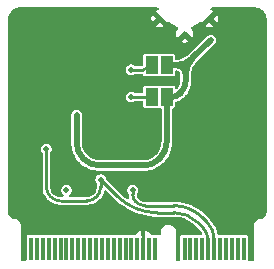
<source format=gbr>
%TF.GenerationSoftware,KiCad,Pcbnew,9.0.0*%
%TF.CreationDate,2025-05-23T16:01:07+04:00*%
%TF.ProjectId,02_06_sensor_temphumid_HDC3022DEJR,30325f30-365f-4736-956e-736f725f7465,rev?*%
%TF.SameCoordinates,Original*%
%TF.FileFunction,Copper,L2,Bot*%
%TF.FilePolarity,Positive*%
%FSLAX46Y46*%
G04 Gerber Fmt 4.6, Leading zero omitted, Abs format (unit mm)*
G04 Created by KiCad (PCBNEW 9.0.0) date 2025-05-23 16:01:07*
%MOMM*%
%LPD*%
G01*
G04 APERTURE LIST*
%TA.AperFunction,SMDPad,CuDef*%
%ADD10R,0.350000X1.950000*%
%TD*%
%TA.AperFunction,ComponentPad*%
%ADD11C,0.454000*%
%TD*%
%TA.AperFunction,SMDPad,CuDef*%
%ADD12R,1.000000X1.500000*%
%TD*%
%TA.AperFunction,ViaPad*%
%ADD13C,0.500000*%
%TD*%
%TA.AperFunction,ViaPad*%
%ADD14C,0.700000*%
%TD*%
%TA.AperFunction,Conductor*%
%ADD15C,0.500000*%
%TD*%
%TA.AperFunction,Conductor*%
%ADD16C,0.250000*%
%TD*%
G04 APERTURE END LIST*
D10*
%TO.P,J1,2,3.3V*%
%TO.N,+3V3*%
X157501100Y-112840617D03*
%TO.P,J1,4,3.3V_EN*%
%TO.N,/3.3V_EN*%
X157001100Y-112840617D03*
%TO.P,J1,6,~{RESET}*%
%TO.N,+5V*%
X156501100Y-112840617D03*
%TO.P,J1,8,G11*%
%TO.N,/G11-SWO*%
X156001100Y-112840617D03*
%TO.P,J1,10,D0*%
%TO.N,/D0*%
X155501100Y-112840617D03*
%TO.P,J1,12,I2C_SDA*%
%TO.N,HDC3022DEJR_SDA*%
X155001100Y-112840617D03*
%TO.P,J1,14,I2C_SCL*%
%TO.N,HDC3022DEJR_SCL*%
X154501100Y-112840617D03*
%TO.P,J1,16,I2C_~{INT}*%
%TO.N,/I2C_~{INT}*%
X154001100Y-112840617D03*
%TO.P,J1,18,D1/CAM_TRIG*%
%TO.N,/D1-CAM_TRIG*%
X153501100Y-112840617D03*
%TO.P,J1,20,RX2*%
%TO.N,/UART_RX2*%
X153001100Y-112840617D03*
%TO.P,J1,22,TX2*%
%TO.N,/UART_TX2*%
X152501100Y-112840617D03*
%TO.P,J1,32,PWM0*%
%TO.N,/PWM0*%
X150001100Y-112840617D03*
%TO.P,J1,34,A0*%
%TO.N,/A0*%
X149501100Y-112840617D03*
%TO.P,J1,36,GND*%
%TO.N,GND*%
X149001100Y-112840617D03*
%TO.P,J1,38,A1*%
%TO.N,/A1*%
X148501100Y-112840617D03*
%TO.P,J1,40,G0/BUS0*%
%TO.N,/G0*%
X148001100Y-112840617D03*
%TO.P,J1,42,G1/BUS1*%
%TO.N,HDC3022DEJR_pwr_cyc*%
X147501100Y-112840617D03*
%TO.P,J1,44,G2/BUS2*%
%TO.N,HDC3022DEJR_INT*%
X147001100Y-112840617D03*
%TO.P,J1,46,G3/BUS3*%
%TO.N,/G3*%
X146501100Y-112840617D03*
%TO.P,J1,48,G4/BUS4*%
%TO.N,/G4*%
X146001100Y-112840617D03*
%TO.P,J1,50,AUD_BCLK*%
%TO.N,/AUD_BCLK*%
X145501100Y-112840617D03*
%TO.P,J1,52,AUD_LRCLK*%
%TO.N,/AUD_LRCLK*%
X145001100Y-112840617D03*
%TO.P,J1,54,AUD_IN/CAM_PCLK*%
%TO.N,/AUD_IN-CAM_PCLK*%
X144501100Y-112840617D03*
%TO.P,J1,56,AUD_OUT/CAM_MCLK*%
%TO.N,/AUD_OUT-CAM_MCLK*%
X144001100Y-112840617D03*
%TO.P,J1,58,AUD_MCLK*%
%TO.N,/AUD_MCLK*%
X143501100Y-112840617D03*
%TO.P,J1,60,SPI_SCK1/SDIO_CLK*%
%TO.N,HDC3022DEJR_MOSI*%
X143001100Y-112840617D03*
%TO.P,J1,62,SPI_SDO1/SDIO_CMD*%
%TO.N,HDC3022DEJR_MISO*%
X142501100Y-112840617D03*
%TO.P,J1,64,SPI_SDI1/SDIO_DATA0*%
%TO.N,HDC3022DEJR_SCK*%
X142001100Y-112840617D03*
%TO.P,J1,66,SDIO_DATA1*%
%TO.N,HDC3022DEJR_CS*%
X141501100Y-112840617D03*
%TO.P,J1,68,SDIO_DATA2*%
%TO.N,/SDIO_DATA2*%
X141001100Y-112840617D03*
%TO.P,J1,70,SPI_~{CS1}/SDIO_DATA3*%
%TO.N,/SDIO_DATA3-~{SPI_CS1}*%
X140501100Y-112840617D03*
%TO.P,J1,72,RTC_3V*%
%TO.N,/RTC_3V_BATT*%
X140001100Y-112840617D03*
%TO.P,J1,74,3.3V*%
%TO.N,+3V3*%
X139501100Y-112840617D03*
D11*
%TO.P,J1,GND1,GND*%
%TO.N,GND*%
X150401100Y-93365617D03*
%TO.P,J1,GND2,GND*%
X152501100Y-94665617D03*
%TO.P,J1,GND3,GND*%
X154601100Y-93365617D03*
%TD*%
D12*
%TO.P,JP2,1,A*%
%TO.N,HDC3022DEJR_ADDR1*%
X149700000Y-97300000D03*
%TO.P,JP2,2,B*%
%TO.N,+3V3*%
X151000000Y-97300000D03*
%TD*%
%TO.P,JP1,1,A*%
%TO.N,HDC3022DEJR_ADDR*%
X149700000Y-100000000D03*
%TO.P,JP1,2,B*%
%TO.N,+3V3*%
X151000000Y-100000000D03*
%TD*%
D13*
%TO.N,+3V3*%
X148300000Y-105800000D03*
X154700000Y-95200000D03*
X143369809Y-101530191D03*
D14*
%TO.N,GND*%
X147100000Y-94400000D03*
X156600000Y-101500000D03*
X157600000Y-100500000D03*
X146100000Y-94400000D03*
X147100000Y-95400000D03*
X148100000Y-94400000D03*
X156600000Y-100500000D03*
X146100000Y-96400000D03*
X146100000Y-95400000D03*
X157600000Y-101500000D03*
X155600000Y-101500000D03*
X157600000Y-99500000D03*
D13*
%TO.N,HDC3022DEJR_SCL*%
X140800000Y-104400000D03*
X145400000Y-107000000D03*
%TO.N,HDC3022DEJR_SDA*%
X148100000Y-107900000D03*
%TO.N,HDC3022DEJR_ADDR*%
X142500000Y-107900000D03*
X148000000Y-100000000D03*
%TO.N,HDC3022DEJR_ADDR1*%
X148000000Y-97700000D03*
%TD*%
D15*
%TO.N,+3V3*%
X150330330Y-105269669D02*
X150400000Y-105200000D01*
X151000000Y-103751471D02*
X151000000Y-100400000D01*
X151800000Y-97300000D02*
X151000000Y-97300000D01*
X152199999Y-99599999D02*
X152082842Y-99717157D01*
X153165685Y-96734314D02*
X154700000Y-95200000D01*
X148300000Y-105800000D02*
X149050000Y-105800000D01*
X152600000Y-98100000D02*
X152600000Y-98634314D01*
X145313172Y-105800000D02*
X148300000Y-105800000D01*
X143350000Y-103836827D02*
X143350000Y-101550000D01*
X145313172Y-105800000D02*
G75*
G02*
X143925008Y-105224992I28J1963200D01*
G01*
X152600000Y-98634314D02*
G75*
G02*
X152199996Y-99599996I-1365700J14D01*
G01*
X153165685Y-96734314D02*
G75*
G02*
X151800000Y-97299991I-1365685J1365714D01*
G01*
X151000000Y-103751471D02*
G75*
G02*
X150400008Y-105200008I-2048500J-29D01*
G01*
X151400000Y-100000000D02*
G75*
G03*
X151000000Y-100400000I0J-400000D01*
G01*
X151400000Y-100000000D02*
G75*
G03*
X152082846Y-99717161I0J965700D01*
G01*
X143925000Y-105225000D02*
G75*
G02*
X143349989Y-103836827I1388200J1388200D01*
G01*
X153165685Y-96734314D02*
G75*
G03*
X152600008Y-98100000I1365715J-1365686D01*
G01*
X150330330Y-105269669D02*
G75*
G02*
X149050000Y-105799988I-1280330J1280369D01*
G01*
X152600000Y-98100000D02*
G75*
G03*
X151800000Y-97300000I-800000J0D01*
G01*
D16*
%TO.N,HDC3022DEJR_SCL*%
X154027509Y-111027509D02*
X153650550Y-110650550D01*
X146800000Y-108400000D02*
X145400000Y-107000000D01*
X151597140Y-109800000D02*
X150179898Y-109800000D01*
X144205025Y-108800000D02*
X141994974Y-108800000D01*
X140800000Y-107605025D02*
X140800000Y-104400000D01*
X154501100Y-112170858D02*
X154501100Y-112840617D01*
X145400000Y-107000000D02*
X145400000Y-107605025D01*
X154027509Y-111027509D02*
G75*
G02*
X154501141Y-112170858I-1143309J-1143391D01*
G01*
X140800000Y-107605025D02*
G75*
G03*
X141150007Y-108449993I1195000J25D01*
G01*
X141994974Y-108800000D02*
G75*
G02*
X141150007Y-108449993I26J1195000D01*
G01*
X144205025Y-108800000D02*
G75*
G03*
X145049993Y-108449993I-25J1195000D01*
G01*
X146800000Y-108400000D02*
G75*
G03*
X150179898Y-109800000I3379900J3379900D01*
G01*
X145050000Y-108450000D02*
G75*
G03*
X145400010Y-107605025I-845000J845000D01*
G01*
X153650550Y-110650550D02*
G75*
G03*
X151597140Y-109799983I-2053450J-2053450D01*
G01*
%TO.N,HDC3022DEJR_SDA*%
X154421443Y-110621443D02*
X154000550Y-110200550D01*
X148100000Y-107900000D02*
X148100000Y-108250000D01*
X155001100Y-112020858D02*
X155001100Y-112840617D01*
X151585008Y-109200000D02*
X149124264Y-109200000D01*
X148400000Y-108900000D02*
X148347487Y-108847487D01*
X155001100Y-112020858D02*
G75*
G03*
X154421428Y-110621458I-1979100J-42D01*
G01*
X151585008Y-109200000D02*
G75*
G02*
X154000547Y-110200553I-8J-3416100D01*
G01*
X148400000Y-108900000D02*
G75*
G03*
X149124264Y-109200015I724300J724300D01*
G01*
X148100000Y-108250000D02*
G75*
G03*
X148347482Y-108847492I845000J0D01*
G01*
%TO.N,HDC3022DEJR_ADDR*%
X148000000Y-100000000D02*
X149700000Y-100000000D01*
%TO.N,HDC3022DEJR_ADDR1*%
X148000000Y-97700000D02*
X149017157Y-97700000D01*
X149500000Y-97500000D02*
X149700000Y-97300000D01*
X149500000Y-97500000D02*
G75*
G02*
X149017157Y-97699953I-482800J482900D01*
G01*
%TD*%
%TA.AperFunction,Conductor*%
%TO.N,GND*%
G36*
X150256125Y-92435802D02*
G01*
X150301880Y-92488606D01*
X150311824Y-92557764D01*
X150282799Y-92621320D01*
X150224021Y-92659094D01*
X150213277Y-92661734D01*
X150189049Y-92666553D01*
X150071678Y-92715168D01*
X150561613Y-93205104D01*
X151051547Y-93695038D01*
X151055949Y-93694162D01*
X151091477Y-93650076D01*
X151157771Y-93628010D01*
X151225470Y-93645288D01*
X151243401Y-93658218D01*
X151419344Y-93810673D01*
X151419350Y-93810677D01*
X151635996Y-93949907D01*
X151636019Y-93949920D01*
X151862774Y-94053475D01*
X151915578Y-94099229D01*
X151935263Y-94166269D01*
X151915579Y-94233308D01*
X151914366Y-94235159D01*
X151856840Y-94321254D01*
X151802038Y-94453558D01*
X151802036Y-94453566D01*
X151774100Y-94594009D01*
X151774100Y-94737224D01*
X151802035Y-94877667D01*
X151802038Y-94877676D01*
X151850650Y-94995037D01*
X152252905Y-94592784D01*
X152314228Y-94559299D01*
X152383920Y-94564283D01*
X152428267Y-94592784D01*
X152430389Y-94594906D01*
X152416324Y-94608972D01*
X152401100Y-94645726D01*
X152401100Y-94685508D01*
X152416324Y-94722262D01*
X152444455Y-94750393D01*
X152481209Y-94765617D01*
X152520991Y-94765617D01*
X152557745Y-94750393D01*
X152585876Y-94722262D01*
X152601100Y-94685508D01*
X152601100Y-94645726D01*
X152585876Y-94608972D01*
X152571810Y-94594906D01*
X152573932Y-94592785D01*
X152635255Y-94559300D01*
X152704947Y-94564284D01*
X152749294Y-94592785D01*
X153151547Y-94995038D01*
X153200161Y-94877675D01*
X153200163Y-94877667D01*
X153228099Y-94737224D01*
X153228100Y-94737221D01*
X153228100Y-94594013D01*
X153228099Y-94594009D01*
X153200163Y-94453566D01*
X153200161Y-94453558D01*
X153145358Y-94321250D01*
X153087834Y-94235159D01*
X153066956Y-94168482D01*
X153085441Y-94101102D01*
X153137420Y-94054412D01*
X153139316Y-94053524D01*
X153221343Y-94016064D01*
X154271677Y-94016064D01*
X154389041Y-94064678D01*
X154389049Y-94064680D01*
X154529492Y-94092616D01*
X154529496Y-94092617D01*
X154672704Y-94092617D01*
X154672707Y-94092616D01*
X154813150Y-94064680D01*
X154813158Y-94064678D01*
X154930521Y-94016064D01*
X154601101Y-93686643D01*
X154601100Y-93686643D01*
X154271677Y-94016064D01*
X153221343Y-94016064D01*
X153366192Y-93949914D01*
X153582856Y-93810673D01*
X153758800Y-93658216D01*
X153822353Y-93629193D01*
X153891511Y-93639136D01*
X153944315Y-93684891D01*
X153949503Y-93694810D01*
X153950650Y-93695038D01*
X154299964Y-93345726D01*
X154501100Y-93345726D01*
X154501100Y-93385508D01*
X154516324Y-93422262D01*
X154544455Y-93450393D01*
X154581209Y-93465617D01*
X154620991Y-93465617D01*
X154657745Y-93450393D01*
X154685876Y-93422262D01*
X154701100Y-93385508D01*
X154701100Y-93365616D01*
X154922126Y-93365616D01*
X154922126Y-93365617D01*
X155251547Y-93695038D01*
X155300161Y-93577675D01*
X155300163Y-93577667D01*
X155328099Y-93437224D01*
X155328100Y-93437221D01*
X155328100Y-93294013D01*
X155328099Y-93294009D01*
X155300163Y-93153566D01*
X155300161Y-93153558D01*
X155251547Y-93036194D01*
X154922126Y-93365616D01*
X154701100Y-93365616D01*
X154701100Y-93345726D01*
X154685876Y-93308972D01*
X154657745Y-93280841D01*
X154620991Y-93265617D01*
X154581209Y-93265617D01*
X154544455Y-93280841D01*
X154516324Y-93308972D01*
X154501100Y-93345726D01*
X154299964Y-93345726D01*
X154419117Y-93226574D01*
X154440587Y-93205104D01*
X154930521Y-92715168D01*
X154813159Y-92666555D01*
X154813150Y-92666553D01*
X154788923Y-92661734D01*
X154727012Y-92629350D01*
X154692438Y-92568634D01*
X154696177Y-92498865D01*
X154737043Y-92442192D01*
X154802061Y-92416611D01*
X154813114Y-92416117D01*
X158493234Y-92416117D01*
X158506716Y-92416852D01*
X158537216Y-92420187D01*
X158653104Y-92432863D01*
X158673654Y-92436890D01*
X158811775Y-92476317D01*
X158831349Y-92483743D01*
X158960838Y-92545843D01*
X158960865Y-92545856D01*
X158978917Y-92556475D01*
X159067068Y-92618914D01*
X159096114Y-92639488D01*
X159096133Y-92639501D01*
X159112142Y-92653009D01*
X159213701Y-92754570D01*
X159227208Y-92770578D01*
X159310233Y-92887796D01*
X159320852Y-92905850D01*
X159382957Y-93035356D01*
X159390387Y-93054939D01*
X159429813Y-93193063D01*
X159433840Y-93213617D01*
X159449865Y-93360146D01*
X159450600Y-93373627D01*
X159450600Y-109755872D01*
X159449451Y-109772714D01*
X159435814Y-109872185D01*
X159429333Y-109898169D01*
X159396341Y-109987818D01*
X159384432Y-110011804D01*
X159379611Y-110019341D01*
X159332964Y-110092274D01*
X159316183Y-110113144D01*
X159248633Y-110180692D01*
X159227763Y-110197471D01*
X159147286Y-110248941D01*
X159123298Y-110260850D01*
X159033656Y-110293836D01*
X159007671Y-110300317D01*
X158906155Y-110314230D01*
X158892791Y-110315329D01*
X158872130Y-110315907D01*
X158864324Y-110317542D01*
X158838078Y-110319407D01*
X158838072Y-110319408D01*
X158723484Y-110352555D01*
X158618415Y-110409056D01*
X158618407Y-110409062D01*
X158527573Y-110486380D01*
X158455019Y-110581074D01*
X158455018Y-110581076D01*
X158403992Y-110688904D01*
X158388678Y-110754259D01*
X158376775Y-110805053D01*
X158376007Y-110844291D01*
X158375600Y-110844699D01*
X158375600Y-110865177D01*
X158375590Y-110865687D01*
X158375579Y-110866282D01*
X158375579Y-110866318D01*
X158375020Y-110896650D01*
X158375600Y-110900539D01*
X158375600Y-113776000D01*
X158355915Y-113843039D01*
X158303111Y-113888794D01*
X158251600Y-113900000D01*
X158000600Y-113900000D01*
X157933561Y-113880315D01*
X157887806Y-113827511D01*
X157876600Y-113776000D01*
X157876600Y-111845866D01*
X157876599Y-111845864D01*
X157864968Y-111787387D01*
X157864967Y-111787386D01*
X157820652Y-111721064D01*
X157754330Y-111676749D01*
X157754329Y-111676748D01*
X157695852Y-111665117D01*
X157695848Y-111665117D01*
X157306352Y-111665117D01*
X157306351Y-111665117D01*
X157275288Y-111671295D01*
X157226912Y-111671295D01*
X157195849Y-111665117D01*
X157195848Y-111665117D01*
X156806352Y-111665117D01*
X156806351Y-111665117D01*
X156775288Y-111671295D01*
X156726912Y-111671295D01*
X156695849Y-111665117D01*
X156695848Y-111665117D01*
X156306352Y-111665117D01*
X156306351Y-111665117D01*
X156275288Y-111671295D01*
X156226912Y-111671295D01*
X156195849Y-111665117D01*
X156195848Y-111665117D01*
X155806352Y-111665117D01*
X155806351Y-111665117D01*
X155775288Y-111671295D01*
X155726912Y-111671295D01*
X155695849Y-111665117D01*
X155695848Y-111665117D01*
X155403571Y-111665117D01*
X155336532Y-111645432D01*
X155290777Y-111592628D01*
X155282681Y-111568716D01*
X155240029Y-111381860D01*
X155154535Y-111137542D01*
X155042224Y-110904333D01*
X154948416Y-110755041D01*
X154904510Y-110685166D01*
X154904508Y-110685164D01*
X154903596Y-110684020D01*
X154743121Y-110482794D01*
X154651605Y-110391279D01*
X154651605Y-110391278D01*
X154651604Y-110391278D01*
X154639264Y-110378938D01*
X154194788Y-109934460D01*
X154194737Y-109934415D01*
X154115199Y-109854877D01*
X153864919Y-109644866D01*
X153597284Y-109457465D01*
X153597281Y-109457463D01*
X153597278Y-109457461D01*
X153513214Y-109408927D01*
X153314334Y-109294103D01*
X153314318Y-109294095D01*
X153018234Y-109156027D01*
X153018226Y-109156024D01*
X153018224Y-109156023D01*
X153018217Y-109156020D01*
X152711198Y-109044274D01*
X152711197Y-109044273D01*
X152711187Y-109044270D01*
X152395615Y-108959714D01*
X152395618Y-108959714D01*
X152395608Y-108959712D01*
X152315980Y-108945671D01*
X152073850Y-108902976D01*
X152073853Y-108902976D01*
X151748371Y-108874500D01*
X151748370Y-108874500D01*
X151627861Y-108874500D01*
X149130374Y-108874500D01*
X149118216Y-108873902D01*
X149000105Y-108862265D01*
X148976265Y-108857523D01*
X148868554Y-108824847D01*
X148846097Y-108815544D01*
X148746830Y-108762483D01*
X148726619Y-108748978D01*
X148634760Y-108673589D01*
X148625745Y-108665418D01*
X148581971Y-108621644D01*
X148573798Y-108612627D01*
X148571385Y-108609687D01*
X148520798Y-108548044D01*
X148507294Y-108527833D01*
X148478788Y-108474500D01*
X148470807Y-108459568D01*
X148461506Y-108437114D01*
X148460628Y-108434219D01*
X148439031Y-108363022D01*
X148434292Y-108339195D01*
X148427812Y-108273398D01*
X148440831Y-108204755D01*
X148456238Y-108183593D01*
X148455542Y-108183059D01*
X148460481Y-108176620D01*
X148460489Y-108176613D01*
X148519799Y-108073886D01*
X148550500Y-107959309D01*
X148550500Y-107840691D01*
X148519799Y-107726114D01*
X148460489Y-107623387D01*
X148376613Y-107539511D01*
X148273886Y-107480201D01*
X148159309Y-107449500D01*
X148040691Y-107449500D01*
X147926114Y-107480201D01*
X147926112Y-107480201D01*
X147926112Y-107480202D01*
X147823387Y-107539511D01*
X147823384Y-107539513D01*
X147739513Y-107623384D01*
X147739511Y-107623387D01*
X147692569Y-107704693D01*
X147680201Y-107726114D01*
X147649500Y-107840691D01*
X147649500Y-107959309D01*
X147680201Y-108073886D01*
X147739511Y-108176613D01*
X147739513Y-108176615D01*
X147744458Y-108183059D01*
X147743026Y-108184157D01*
X147752878Y-108202198D01*
X147769470Y-108228004D01*
X147770364Y-108234223D01*
X147771666Y-108236606D01*
X147774500Y-108262938D01*
X147774500Y-108292853D01*
X147774506Y-108292875D01*
X147774508Y-108301243D01*
X147774506Y-108301247D01*
X147774508Y-108301269D01*
X147774508Y-108342122D01*
X147803328Y-108524083D01*
X147804467Y-108528829D01*
X147802152Y-108529384D01*
X147803836Y-108589466D01*
X147767723Y-108649279D01*
X147705006Y-108680073D01*
X147635596Y-108672071D01*
X147608440Y-108656254D01*
X147582806Y-108636584D01*
X147320949Y-108435654D01*
X147312667Y-108428703D01*
X147274614Y-108393834D01*
X147218181Y-108342122D01*
X147032137Y-108171643D01*
X147028229Y-108167902D01*
X145886819Y-107026492D01*
X145853334Y-106965169D01*
X145851568Y-106948749D01*
X145851561Y-106948751D01*
X145850500Y-106940694D01*
X145850500Y-106940693D01*
X145850500Y-106940691D01*
X145819799Y-106826114D01*
X145760489Y-106723387D01*
X145676613Y-106639511D01*
X145573886Y-106580201D01*
X145459309Y-106549500D01*
X145340691Y-106549500D01*
X145226114Y-106580201D01*
X145226112Y-106580201D01*
X145226112Y-106580202D01*
X145123387Y-106639511D01*
X145123384Y-106639513D01*
X145039513Y-106723384D01*
X145039511Y-106723387D01*
X144980201Y-106826114D01*
X144949500Y-106940691D01*
X144949500Y-107059309D01*
X144980201Y-107173886D01*
X145039511Y-107276613D01*
X145039514Y-107276616D01*
X145044458Y-107283059D01*
X145043026Y-107284157D01*
X145052884Y-107302210D01*
X145069477Y-107328029D01*
X145070368Y-107334229D01*
X145071666Y-107336606D01*
X145074500Y-107362964D01*
X145074500Y-107600139D01*
X145074118Y-107609870D01*
X145064558Y-107731310D01*
X145061513Y-107750529D01*
X145034219Y-107864207D01*
X145028207Y-107882711D01*
X144983461Y-107990735D01*
X144974627Y-108008072D01*
X144913536Y-108107762D01*
X144902099Y-108123503D01*
X144826125Y-108212456D01*
X144812367Y-108226214D01*
X144723509Y-108302107D01*
X144707768Y-108313544D01*
X144608077Y-108374636D01*
X144590740Y-108383470D01*
X144482714Y-108428217D01*
X144464209Y-108434229D01*
X144350530Y-108461523D01*
X144331312Y-108464568D01*
X144209998Y-108474118D01*
X144200267Y-108474500D01*
X142861964Y-108474500D01*
X142794925Y-108454815D01*
X142749170Y-108402011D01*
X142739226Y-108332853D01*
X142768251Y-108269297D01*
X142774283Y-108262819D01*
X142817273Y-108219829D01*
X142860489Y-108176613D01*
X142919799Y-108073886D01*
X142950500Y-107959309D01*
X142950500Y-107840691D01*
X142919799Y-107726114D01*
X142860489Y-107623387D01*
X142776613Y-107539511D01*
X142673886Y-107480201D01*
X142559309Y-107449500D01*
X142440691Y-107449500D01*
X142326114Y-107480201D01*
X142326112Y-107480201D01*
X142326112Y-107480202D01*
X142223387Y-107539511D01*
X142223384Y-107539513D01*
X142139513Y-107623384D01*
X142139511Y-107623387D01*
X142092569Y-107704693D01*
X142080201Y-107726114D01*
X142049500Y-107840691D01*
X142049500Y-107959309D01*
X142080201Y-108073886D01*
X142139511Y-108176613D01*
X142139513Y-108176615D01*
X142225717Y-108262819D01*
X142236329Y-108282255D01*
X142250830Y-108298989D01*
X142252746Y-108312320D01*
X142259202Y-108324142D01*
X142257622Y-108346228D01*
X142260774Y-108368147D01*
X142255178Y-108380398D01*
X142254218Y-108393834D01*
X142240947Y-108411560D01*
X142231749Y-108431703D01*
X142220417Y-108438985D01*
X142212346Y-108449767D01*
X142191600Y-108457504D01*
X142172971Y-108469477D01*
X142151052Y-108472628D01*
X142146882Y-108474184D01*
X142138036Y-108474500D01*
X141999859Y-108474500D01*
X141990129Y-108474118D01*
X141968374Y-108472405D01*
X141868689Y-108464558D01*
X141849472Y-108461513D01*
X141735792Y-108434219D01*
X141717287Y-108428207D01*
X141609264Y-108383461D01*
X141591927Y-108374627D01*
X141492237Y-108313536D01*
X141476496Y-108302099D01*
X141387543Y-108226125D01*
X141373785Y-108212367D01*
X141297892Y-108123509D01*
X141286455Y-108107768D01*
X141286451Y-108107762D01*
X141225360Y-108008072D01*
X141216529Y-107990740D01*
X141203508Y-107959306D01*
X141171781Y-107882711D01*
X141165770Y-107864209D01*
X141160124Y-107840693D01*
X141138475Y-107750526D01*
X141135431Y-107731311D01*
X141125882Y-107609996D01*
X141125500Y-107600266D01*
X141125500Y-104762964D01*
X141145185Y-104695925D01*
X141155548Y-104683064D01*
X141155542Y-104683059D01*
X141160481Y-104676620D01*
X141160489Y-104676613D01*
X141219799Y-104573886D01*
X141250500Y-104459309D01*
X141250500Y-104340691D01*
X141219799Y-104226114D01*
X141160489Y-104123387D01*
X141076613Y-104039511D01*
X140973886Y-103980201D01*
X140859309Y-103949500D01*
X140740691Y-103949500D01*
X140626114Y-103980201D01*
X140626112Y-103980201D01*
X140626112Y-103980202D01*
X140523387Y-104039511D01*
X140523384Y-104039513D01*
X140439513Y-104123384D01*
X140439511Y-104123387D01*
X140380201Y-104226114D01*
X140349500Y-104340691D01*
X140349500Y-104459309D01*
X140380201Y-104573886D01*
X140439511Y-104676613D01*
X140439514Y-104676616D01*
X140444458Y-104683059D01*
X140443026Y-104684157D01*
X140471666Y-104736606D01*
X140474500Y-104762964D01*
X140474500Y-107545883D01*
X140474499Y-107553675D01*
X140474489Y-107553709D01*
X140474490Y-107704683D01*
X140474491Y-107704693D01*
X140496746Y-107873704D01*
X140500511Y-107902297D01*
X140552098Y-108094815D01*
X140552101Y-108094824D01*
X140624373Y-108269297D01*
X140628375Y-108278959D01*
X140647636Y-108312320D01*
X140728033Y-108451571D01*
X140849362Y-108609687D01*
X140849370Y-108609696D01*
X140963011Y-108723337D01*
X140963103Y-108723416D01*
X140990309Y-108750621D01*
X140990310Y-108750622D01*
X141018181Y-108772008D01*
X141148436Y-108871957D01*
X141321045Y-108971614D01*
X141505184Y-109047890D01*
X141697704Y-109099478D01*
X141895311Y-109125498D01*
X141952117Y-109125499D01*
X141952121Y-109125500D01*
X141994967Y-109125500D01*
X142046521Y-109125501D01*
X142046524Y-109125500D01*
X144153475Y-109125500D01*
X144153478Y-109125501D01*
X144153662Y-109125500D01*
X144153696Y-109125510D01*
X144205032Y-109125509D01*
X144205032Y-109125510D01*
X144304689Y-109125509D01*
X144502297Y-109099489D01*
X144694818Y-109047901D01*
X144878959Y-108971625D01*
X145051570Y-108871967D01*
X145209695Y-108750631D01*
X145280163Y-108680163D01*
X145316617Y-108643709D01*
X145316618Y-108643707D01*
X145323641Y-108636684D01*
X145323720Y-108636590D01*
X145350623Y-108609688D01*
X145471957Y-108451563D01*
X145571615Y-108278955D01*
X145647890Y-108094815D01*
X145674002Y-107997369D01*
X145710367Y-107937710D01*
X145773214Y-107907182D01*
X145842590Y-107915477D01*
X145881457Y-107941784D01*
X146607203Y-108667530D01*
X146607209Y-108667535D01*
X146711677Y-108772003D01*
X147016739Y-109032550D01*
X147341303Y-109268360D01*
X147341307Y-109268362D01*
X147341312Y-109268366D01*
X147683349Y-109477967D01*
X147683354Y-109477970D01*
X147683359Y-109477972D01*
X147683368Y-109477978D01*
X148040825Y-109660111D01*
X148411470Y-109813637D01*
X148793017Y-109937610D01*
X149183116Y-110031264D01*
X149579360Y-110094023D01*
X149979306Y-110125500D01*
X150137045Y-110125500D01*
X151593654Y-110125500D01*
X151600607Y-110125694D01*
X151878883Y-110141325D01*
X151892689Y-110142881D01*
X152164037Y-110188988D01*
X152177588Y-110192082D01*
X152374990Y-110248955D01*
X152442049Y-110268275D01*
X152455172Y-110272866D01*
X152709454Y-110378195D01*
X152721976Y-110384225D01*
X152962867Y-110517363D01*
X152974621Y-110524748D01*
X153151769Y-110650443D01*
X153199091Y-110684020D01*
X153209961Y-110692688D01*
X153418010Y-110878611D01*
X153423055Y-110883382D01*
X153760897Y-111221223D01*
X153760899Y-111221227D01*
X153789080Y-111249407D01*
X153789232Y-111249559D01*
X153793902Y-111254229D01*
X153800511Y-111261377D01*
X153922635Y-111404356D01*
X153934072Y-111420098D01*
X153968530Y-111476324D01*
X153986777Y-111543769D01*
X153965663Y-111610372D01*
X153911893Y-111654987D01*
X153862805Y-111665117D01*
X153806351Y-111665117D01*
X153775288Y-111671295D01*
X153726912Y-111671295D01*
X153695849Y-111665117D01*
X153695848Y-111665117D01*
X153306352Y-111665117D01*
X153306351Y-111665117D01*
X153275288Y-111671295D01*
X153226912Y-111671295D01*
X153195849Y-111665117D01*
X153195848Y-111665117D01*
X152806352Y-111665117D01*
X152806351Y-111665117D01*
X152775288Y-111671295D01*
X152726912Y-111671295D01*
X152695849Y-111665117D01*
X152695848Y-111665117D01*
X152306352Y-111665117D01*
X152306347Y-111665117D01*
X152247870Y-111676748D01*
X152247869Y-111676749D01*
X152181547Y-111721064D01*
X152137232Y-111787386D01*
X152137231Y-111787387D01*
X152125600Y-111845864D01*
X152125600Y-113776000D01*
X152123049Y-113784685D01*
X152124338Y-113793647D01*
X152113359Y-113817687D01*
X152105915Y-113843039D01*
X152099074Y-113848966D01*
X152095313Y-113857203D01*
X152073078Y-113871492D01*
X152053111Y-113888794D01*
X152042596Y-113891081D01*
X152036535Y-113894977D01*
X152001600Y-113900000D01*
X151900600Y-113900000D01*
X151833561Y-113880315D01*
X151787806Y-113827511D01*
X151776600Y-113776000D01*
X151776600Y-111392323D01*
X151776599Y-111392319D01*
X151770504Y-111365617D01*
X151743981Y-111249411D01*
X151680379Y-111117340D01*
X151667532Y-111101231D01*
X151654618Y-111085037D01*
X151588983Y-111002734D01*
X151523346Y-110950390D01*
X151474379Y-110911339D01*
X151474376Y-110911337D01*
X151342309Y-110847737D01*
X151342307Y-110847736D01*
X151342306Y-110847736D01*
X151297254Y-110837453D01*
X151199397Y-110815117D01*
X151199394Y-110815117D01*
X151052806Y-110815117D01*
X151052802Y-110815117D01*
X150909890Y-110847737D01*
X150777823Y-110911337D01*
X150777820Y-110911339D01*
X150663217Y-111002734D01*
X150571822Y-111117337D01*
X150571820Y-111117340D01*
X150508220Y-111249407D01*
X150475600Y-111392319D01*
X150475600Y-111592609D01*
X150455915Y-111659648D01*
X150403111Y-111705403D01*
X150333953Y-111715347D01*
X150282710Y-111695712D01*
X150265080Y-111683932D01*
X150254331Y-111676750D01*
X150254330Y-111676749D01*
X150254329Y-111676749D01*
X150254329Y-111676748D01*
X150195852Y-111665117D01*
X150195848Y-111665117D01*
X149806352Y-111665117D01*
X149806351Y-111665117D01*
X149775288Y-111671295D01*
X149767053Y-111671300D01*
X149762330Y-111673167D01*
X149727549Y-111671328D01*
X149727084Y-111671329D01*
X149726378Y-111671189D01*
X149695848Y-111665117D01*
X149695617Y-111665117D01*
X149689493Y-111663908D01*
X149663592Y-111650407D01*
X149636509Y-111639452D01*
X149630266Y-111633035D01*
X149627535Y-111631612D01*
X149625619Y-111628260D01*
X149614243Y-111616567D01*
X149533290Y-111508429D01*
X149533287Y-111508426D01*
X149418193Y-111422266D01*
X149418186Y-111422262D01*
X149283479Y-111372020D01*
X149283472Y-111372018D01*
X149223944Y-111365617D01*
X149176100Y-111365617D01*
X149176100Y-111691603D01*
X149173549Y-111700288D01*
X149174838Y-111709250D01*
X149158065Y-111753021D01*
X149156415Y-111758642D01*
X149155661Y-111759294D01*
X149155202Y-111760494D01*
X149137233Y-111787386D01*
X149137231Y-111787390D01*
X149125600Y-111845864D01*
X149125600Y-112716617D01*
X149123049Y-112725302D01*
X149124338Y-112734264D01*
X149113359Y-112758304D01*
X149105915Y-112783656D01*
X149099074Y-112789583D01*
X149095313Y-112797820D01*
X149073078Y-112812109D01*
X149053111Y-112829411D01*
X149042596Y-112831698D01*
X149036535Y-112835594D01*
X149001600Y-112840617D01*
X149000600Y-112840617D01*
X148933561Y-112820932D01*
X148887806Y-112768128D01*
X148876600Y-112716617D01*
X148876600Y-111845866D01*
X148876599Y-111845864D01*
X148864968Y-111787390D01*
X148864967Y-111787389D01*
X148864967Y-111787386D01*
X148846997Y-111760493D01*
X148843960Y-111750793D01*
X148837306Y-111743114D01*
X148833697Y-111718014D01*
X148826120Y-111693816D01*
X148826100Y-111691603D01*
X148826100Y-111365617D01*
X148778255Y-111365617D01*
X148718727Y-111372018D01*
X148718720Y-111372020D01*
X148584013Y-111422262D01*
X148584006Y-111422266D01*
X148468912Y-111508426D01*
X148387956Y-111616568D01*
X148365880Y-111633092D01*
X148346007Y-111652214D01*
X148336583Y-111655023D01*
X148332022Y-111658438D01*
X148312706Y-111663908D01*
X148306582Y-111665117D01*
X148306352Y-111665117D01*
X148275824Y-111671189D01*
X148275116Y-111671329D01*
X148274742Y-111671295D01*
X148226912Y-111671295D01*
X148195849Y-111665117D01*
X148195848Y-111665117D01*
X147806352Y-111665117D01*
X147806351Y-111665117D01*
X147775288Y-111671295D01*
X147726912Y-111671295D01*
X147695849Y-111665117D01*
X147695848Y-111665117D01*
X147306352Y-111665117D01*
X147306351Y-111665117D01*
X147275288Y-111671295D01*
X147226912Y-111671295D01*
X147195849Y-111665117D01*
X147195848Y-111665117D01*
X146806352Y-111665117D01*
X146806351Y-111665117D01*
X146775288Y-111671295D01*
X146726912Y-111671295D01*
X146695849Y-111665117D01*
X146695848Y-111665117D01*
X146306352Y-111665117D01*
X146306351Y-111665117D01*
X146275288Y-111671295D01*
X146226912Y-111671295D01*
X146195849Y-111665117D01*
X146195848Y-111665117D01*
X145806352Y-111665117D01*
X145806351Y-111665117D01*
X145775288Y-111671295D01*
X145726912Y-111671295D01*
X145695849Y-111665117D01*
X145695848Y-111665117D01*
X145306352Y-111665117D01*
X145306351Y-111665117D01*
X145275288Y-111671295D01*
X145226912Y-111671295D01*
X145195849Y-111665117D01*
X145195848Y-111665117D01*
X144806352Y-111665117D01*
X144806351Y-111665117D01*
X144775288Y-111671295D01*
X144726912Y-111671295D01*
X144695849Y-111665117D01*
X144695848Y-111665117D01*
X144306352Y-111665117D01*
X144306351Y-111665117D01*
X144275288Y-111671295D01*
X144226912Y-111671295D01*
X144195849Y-111665117D01*
X144195848Y-111665117D01*
X143806352Y-111665117D01*
X143806351Y-111665117D01*
X143775288Y-111671295D01*
X143726912Y-111671295D01*
X143695849Y-111665117D01*
X143695848Y-111665117D01*
X143306352Y-111665117D01*
X143306351Y-111665117D01*
X143275288Y-111671295D01*
X143226912Y-111671295D01*
X143195849Y-111665117D01*
X143195848Y-111665117D01*
X142806352Y-111665117D01*
X142806351Y-111665117D01*
X142775288Y-111671295D01*
X142726912Y-111671295D01*
X142695849Y-111665117D01*
X142695848Y-111665117D01*
X142306352Y-111665117D01*
X142306351Y-111665117D01*
X142275288Y-111671295D01*
X142226912Y-111671295D01*
X142195849Y-111665117D01*
X142195848Y-111665117D01*
X141806352Y-111665117D01*
X141806351Y-111665117D01*
X141775288Y-111671295D01*
X141726912Y-111671295D01*
X141695849Y-111665117D01*
X141695848Y-111665117D01*
X141306352Y-111665117D01*
X141306351Y-111665117D01*
X141275288Y-111671295D01*
X141226912Y-111671295D01*
X141195849Y-111665117D01*
X141195848Y-111665117D01*
X140806352Y-111665117D01*
X140806351Y-111665117D01*
X140775288Y-111671295D01*
X140726912Y-111671295D01*
X140695849Y-111665117D01*
X140695848Y-111665117D01*
X140306352Y-111665117D01*
X140306351Y-111665117D01*
X140275288Y-111671295D01*
X140226912Y-111671295D01*
X140195849Y-111665117D01*
X140195848Y-111665117D01*
X139806352Y-111665117D01*
X139806351Y-111665117D01*
X139775288Y-111671295D01*
X139726912Y-111671295D01*
X139695849Y-111665117D01*
X139695848Y-111665117D01*
X139306352Y-111665117D01*
X139306347Y-111665117D01*
X139247870Y-111676748D01*
X139247869Y-111676749D01*
X139181547Y-111721064D01*
X139137232Y-111787386D01*
X139137231Y-111787387D01*
X139125600Y-111845864D01*
X139125600Y-113776000D01*
X139105915Y-113843039D01*
X139053111Y-113888794D01*
X139001600Y-113900000D01*
X138750600Y-113900000D01*
X138683561Y-113880315D01*
X138637806Y-113827511D01*
X138626600Y-113776000D01*
X138626600Y-110881241D01*
X138627044Y-110880593D01*
X138626600Y-110864897D01*
X138626600Y-110844699D01*
X138626600Y-110826203D01*
X138625358Y-110820392D01*
X138624921Y-110804774D01*
X138596979Y-110689222D01*
X138545670Y-110581983D01*
X138473227Y-110487723D01*
X138382803Y-110410546D01*
X138278333Y-110353810D01*
X138278331Y-110353809D01*
X138278326Y-110353807D01*
X138164368Y-110319986D01*
X138164370Y-110319986D01*
X138164365Y-110319985D01*
X138164363Y-110319984D01*
X138164360Y-110319984D01*
X138138070Y-110317895D01*
X138137667Y-110317863D01*
X138119954Y-110316397D01*
X138118915Y-110315596D01*
X138105852Y-110315230D01*
X138102491Y-110314952D01*
X138101888Y-110314719D01*
X138095880Y-110314225D01*
X137994523Y-110300333D01*
X137968538Y-110293853D01*
X137878887Y-110260863D01*
X137854901Y-110248955D01*
X137774423Y-110197486D01*
X137753555Y-110180709D01*
X137685997Y-110113152D01*
X137669222Y-110092288D01*
X137617751Y-110011812D01*
X137605842Y-109987826D01*
X137572848Y-109898172D01*
X137566367Y-109872187D01*
X137552749Y-109772844D01*
X137551600Y-109756003D01*
X137551600Y-103785499D01*
X142899488Y-103785499D01*
X142899490Y-103972385D01*
X142929845Y-104241764D01*
X142929846Y-104241770D01*
X142976093Y-104444378D01*
X142990175Y-104506074D01*
X143018098Y-104585871D01*
X143070843Y-104736606D01*
X143079715Y-104761958D01*
X143197341Y-105006208D01*
X143341574Y-105235752D01*
X143510601Y-105447704D01*
X143564511Y-105501613D01*
X143606448Y-105543552D01*
X143648387Y-105585489D01*
X143648417Y-105585506D01*
X143654214Y-105591302D01*
X143654214Y-105591303D01*
X143654221Y-105591309D01*
X143702303Y-105639391D01*
X143914254Y-105808417D01*
X144143797Y-105952649D01*
X144388046Y-106070275D01*
X144420596Y-106081665D01*
X144643925Y-106159813D01*
X144643931Y-106159815D01*
X144669022Y-106165542D01*
X144908226Y-106220142D01*
X144908235Y-106220143D01*
X145177614Y-106250498D01*
X145177618Y-106250498D01*
X145253859Y-106250499D01*
X145253863Y-106250500D01*
X145313166Y-106250500D01*
X145372475Y-106250501D01*
X145372479Y-106250500D01*
X148240691Y-106250500D01*
X148990691Y-106250500D01*
X149050000Y-106250500D01*
X149109309Y-106250500D01*
X149117259Y-106250500D01*
X149117460Y-106250487D01*
X149176986Y-106250487D01*
X149176987Y-106250486D01*
X149305952Y-106235956D01*
X149429337Y-106222055D01*
X149429341Y-106222054D01*
X149429352Y-106222053D01*
X149676951Y-106165541D01*
X149916666Y-106081663D01*
X150145483Y-105971473D01*
X150360524Y-105836357D01*
X150559085Y-105678014D01*
X150606938Y-105630161D01*
X150606941Y-105630160D01*
X150651613Y-105585489D01*
X150682226Y-105554875D01*
X150682264Y-105554855D01*
X150718559Y-105518559D01*
X150718560Y-105518560D01*
X150817798Y-105419322D01*
X150883802Y-105336556D01*
X150889097Y-105329915D01*
X150992803Y-105199872D01*
X151142136Y-104962207D01*
X151263920Y-104709317D01*
X151356623Y-104444380D01*
X151419079Y-104170730D01*
X151450502Y-103891808D01*
X151450500Y-103751465D01*
X151450500Y-101066038D01*
X151470185Y-100998999D01*
X151522989Y-100953244D01*
X151550305Y-100944421D01*
X151578231Y-100938867D01*
X151644552Y-100894552D01*
X151688867Y-100828231D01*
X151688867Y-100828229D01*
X151688868Y-100828229D01*
X151700499Y-100769752D01*
X151700500Y-100769750D01*
X151700500Y-100515083D01*
X151720185Y-100448044D01*
X151772989Y-100402289D01*
X151792405Y-100395308D01*
X151856192Y-100378218D01*
X152027703Y-100307176D01*
X152188474Y-100214356D01*
X152335755Y-100101346D01*
X152359455Y-100077645D01*
X152359457Y-100077645D01*
X152503523Y-99933577D01*
X152518551Y-99918551D01*
X152518550Y-99918550D01*
X152554841Y-99882265D01*
X152554866Y-99882234D01*
X152560490Y-99876611D01*
X152560491Y-99876609D01*
X152567534Y-99869566D01*
X152567574Y-99869518D01*
X152602720Y-99834375D01*
X152747653Y-99645496D01*
X152866692Y-99439315D01*
X152957801Y-99219361D01*
X153019422Y-98989397D01*
X153050499Y-98753357D01*
X153050500Y-98634319D01*
X153050500Y-98575009D01*
X153050500Y-98104066D01*
X153050765Y-98095957D01*
X153051028Y-98091938D01*
X153062638Y-97914795D01*
X153064752Y-97898743D01*
X153099375Y-97724679D01*
X153103563Y-97709047D01*
X153160618Y-97540966D01*
X153166809Y-97526019D01*
X153245309Y-97366835D01*
X153253405Y-97352812D01*
X153352007Y-97205242D01*
X153361865Y-97192395D01*
X153481490Y-97055984D01*
X153487010Y-97050092D01*
X153536374Y-97000729D01*
X153536381Y-97000719D01*
X155060489Y-95476614D01*
X155119798Y-95373887D01*
X155119799Y-95373886D01*
X155150500Y-95259309D01*
X155150500Y-95140691D01*
X155119799Y-95026114D01*
X155060489Y-94923387D01*
X155014770Y-94877667D01*
X154976616Y-94839512D01*
X154917304Y-94805268D01*
X154917304Y-94805267D01*
X154873892Y-94780204D01*
X154873887Y-94780201D01*
X154845241Y-94772525D01*
X154759309Y-94749500D01*
X154640691Y-94749500D01*
X154580542Y-94765617D01*
X154526112Y-94780201D01*
X154526107Y-94780204D01*
X154482695Y-94805267D01*
X154482696Y-94805268D01*
X154423389Y-94839508D01*
X154423383Y-94839513D01*
X152889070Y-96373825D01*
X152850034Y-96412861D01*
X152844110Y-96418410D01*
X152707609Y-96538117D01*
X152694741Y-96547990D01*
X152547194Y-96646577D01*
X152533147Y-96654688D01*
X152373994Y-96733172D01*
X152359008Y-96739379D01*
X152190965Y-96796420D01*
X152175299Y-96800617D01*
X152001269Y-96835234D01*
X151985188Y-96837352D01*
X151832610Y-96847352D01*
X151764426Y-96832093D01*
X151715316Y-96782395D01*
X151700500Y-96723617D01*
X151700500Y-96530249D01*
X151700499Y-96530247D01*
X151688868Y-96471770D01*
X151688867Y-96471769D01*
X151644552Y-96405447D01*
X151578230Y-96361132D01*
X151578229Y-96361131D01*
X151519752Y-96349500D01*
X151519748Y-96349500D01*
X150480252Y-96349500D01*
X150480247Y-96349500D01*
X150421770Y-96361131D01*
X150421768Y-96361132D01*
X150418887Y-96363058D01*
X150411655Y-96365322D01*
X150410487Y-96365806D01*
X150410443Y-96365701D01*
X150352209Y-96383933D01*
X150284829Y-96365446D01*
X150281113Y-96363058D01*
X150278231Y-96361132D01*
X150278229Y-96361131D01*
X150219752Y-96349500D01*
X150219748Y-96349500D01*
X149180252Y-96349500D01*
X149180247Y-96349500D01*
X149121770Y-96361131D01*
X149121769Y-96361132D01*
X149055447Y-96405447D01*
X149011132Y-96471769D01*
X149011131Y-96471770D01*
X148999500Y-96530247D01*
X148999500Y-97250500D01*
X148979815Y-97317539D01*
X148927011Y-97363294D01*
X148875500Y-97374500D01*
X148362964Y-97374500D01*
X148295925Y-97354815D01*
X148283064Y-97344451D01*
X148283059Y-97344458D01*
X148276615Y-97339513D01*
X148276613Y-97339511D01*
X148173886Y-97280201D01*
X148059309Y-97249500D01*
X147940691Y-97249500D01*
X147826114Y-97280201D01*
X147826112Y-97280201D01*
X147826112Y-97280202D01*
X147723387Y-97339511D01*
X147723384Y-97339513D01*
X147639513Y-97423384D01*
X147639511Y-97423387D01*
X147580201Y-97526114D01*
X147549500Y-97640691D01*
X147549500Y-97759309D01*
X147580201Y-97873886D01*
X147639511Y-97976613D01*
X147723387Y-98060489D01*
X147826114Y-98119799D01*
X147940691Y-98150500D01*
X147940694Y-98150500D01*
X148059306Y-98150500D01*
X148059309Y-98150500D01*
X148173886Y-98119799D01*
X148276613Y-98060489D01*
X148276620Y-98060481D01*
X148283059Y-98055542D01*
X148284157Y-98056973D01*
X148336606Y-98028334D01*
X148362964Y-98025500D01*
X148888934Y-98025500D01*
X148955973Y-98045185D01*
X149001728Y-98097989D01*
X149010551Y-98125309D01*
X149011131Y-98128229D01*
X149011132Y-98128230D01*
X149055447Y-98194552D01*
X149121769Y-98238867D01*
X149121770Y-98238868D01*
X149180247Y-98250499D01*
X149180250Y-98250500D01*
X149180252Y-98250500D01*
X150219750Y-98250500D01*
X150219751Y-98250499D01*
X150234568Y-98247552D01*
X150278229Y-98238868D01*
X150278231Y-98238867D01*
X150281108Y-98236945D01*
X150288335Y-98234681D01*
X150289513Y-98234194D01*
X150289556Y-98234299D01*
X150347785Y-98216066D01*
X150415165Y-98234550D01*
X150418892Y-98236945D01*
X150421768Y-98238867D01*
X150421770Y-98238868D01*
X150480247Y-98250499D01*
X150480250Y-98250500D01*
X150480252Y-98250500D01*
X151519750Y-98250500D01*
X151519751Y-98250499D01*
X151534568Y-98247552D01*
X151578229Y-98238868D01*
X151578229Y-98238867D01*
X151578231Y-98238867D01*
X151644552Y-98194552D01*
X151688867Y-98128231D01*
X151688867Y-98128229D01*
X151688868Y-98128229D01*
X151700499Y-98069752D01*
X151700500Y-98069750D01*
X151700500Y-97878795D01*
X151705319Y-97862381D01*
X151705116Y-97845278D01*
X151714958Y-97829553D01*
X151720185Y-97811756D01*
X151733111Y-97800555D01*
X151742188Y-97786055D01*
X151758970Y-97778147D01*
X151772989Y-97766001D01*
X151790239Y-97763415D01*
X151805394Y-97756276D01*
X151840682Y-97755856D01*
X151874275Y-97760278D01*
X151905539Y-97768656D01*
X151959666Y-97791076D01*
X151987698Y-97807259D01*
X152034184Y-97842929D01*
X152057070Y-97865815D01*
X152063264Y-97873887D01*
X152092739Y-97912300D01*
X152108923Y-97940333D01*
X152131343Y-97994460D01*
X152139721Y-98025725D01*
X152145517Y-98069750D01*
X152148439Y-98091938D01*
X152149500Y-98108125D01*
X152149500Y-98629432D01*
X152149118Y-98639163D01*
X152138996Y-98767748D01*
X152135952Y-98786965D01*
X152106983Y-98907627D01*
X152100970Y-98926133D01*
X152053479Y-99040783D01*
X152044645Y-99058119D01*
X151979810Y-99163920D01*
X151968374Y-99179661D01*
X151908973Y-99249211D01*
X151850466Y-99287405D01*
X151780598Y-99287904D01*
X151721551Y-99250550D01*
X151693064Y-99192870D01*
X151688867Y-99171769D01*
X151650000Y-99113601D01*
X151644552Y-99105447D01*
X151578230Y-99061132D01*
X151578229Y-99061131D01*
X151519752Y-99049500D01*
X151519748Y-99049500D01*
X150480252Y-99049500D01*
X150480247Y-99049500D01*
X150421770Y-99061131D01*
X150421768Y-99061132D01*
X150418887Y-99063058D01*
X150411655Y-99065322D01*
X150410487Y-99065806D01*
X150410443Y-99065701D01*
X150352209Y-99083933D01*
X150284829Y-99065446D01*
X150281113Y-99063058D01*
X150278231Y-99061132D01*
X150278229Y-99061131D01*
X150219752Y-99049500D01*
X150219748Y-99049500D01*
X149180252Y-99049500D01*
X149180247Y-99049500D01*
X149121770Y-99061131D01*
X149121769Y-99061132D01*
X149055447Y-99105447D01*
X149011132Y-99171769D01*
X149011131Y-99171770D01*
X148999500Y-99230247D01*
X148999500Y-99550500D01*
X148979815Y-99617539D01*
X148927011Y-99663294D01*
X148875500Y-99674500D01*
X148362964Y-99674500D01*
X148295925Y-99654815D01*
X148283064Y-99644451D01*
X148283059Y-99644458D01*
X148276615Y-99639513D01*
X148276613Y-99639511D01*
X148173886Y-99580201D01*
X148059309Y-99549500D01*
X147940691Y-99549500D01*
X147826114Y-99580201D01*
X147826112Y-99580201D01*
X147826112Y-99580202D01*
X147723387Y-99639511D01*
X147723384Y-99639513D01*
X147639513Y-99723384D01*
X147639511Y-99723387D01*
X147580201Y-99826114D01*
X147549500Y-99940691D01*
X147549500Y-100059309D01*
X147580201Y-100173886D01*
X147639511Y-100276613D01*
X147723387Y-100360489D01*
X147826114Y-100419799D01*
X147940691Y-100450500D01*
X147940694Y-100450500D01*
X148059306Y-100450500D01*
X148059309Y-100450500D01*
X148173886Y-100419799D01*
X148276613Y-100360489D01*
X148276620Y-100360481D01*
X148283059Y-100355542D01*
X148284157Y-100356973D01*
X148336606Y-100328334D01*
X148362964Y-100325500D01*
X148875500Y-100325500D01*
X148942539Y-100345185D01*
X148988294Y-100397989D01*
X148999500Y-100449500D01*
X148999500Y-100769752D01*
X149011131Y-100828229D01*
X149011132Y-100828230D01*
X149055447Y-100894552D01*
X149121769Y-100938867D01*
X149121770Y-100938868D01*
X149180247Y-100950499D01*
X149180250Y-100950500D01*
X149180252Y-100950500D01*
X150219750Y-100950500D01*
X150219751Y-100950499D01*
X150234568Y-100947552D01*
X150278229Y-100938868D01*
X150278231Y-100938867D01*
X150281108Y-100936945D01*
X150288335Y-100934681D01*
X150289513Y-100934194D01*
X150289556Y-100934299D01*
X150347785Y-100916066D01*
X150390364Y-100922799D01*
X150405541Y-100928024D01*
X150421769Y-100938867D01*
X150457931Y-100946060D01*
X150465864Y-100948791D01*
X150487785Y-100964346D01*
X150511601Y-100976804D01*
X150515846Y-100984260D01*
X150522845Y-100989226D01*
X150532875Y-101014163D01*
X150546176Y-101037519D01*
X150547769Y-101051190D01*
X150548919Y-101054048D01*
X150548411Y-101056702D01*
X150549500Y-101066038D01*
X150549500Y-103747411D01*
X150549235Y-103755520D01*
X150536362Y-103951952D01*
X150534245Y-103968033D01*
X150496638Y-104157108D01*
X150492440Y-104172776D01*
X150430475Y-104355324D01*
X150424267Y-104370309D01*
X150339007Y-104543201D01*
X150330898Y-104557248D01*
X150223795Y-104717541D01*
X150213920Y-104730410D01*
X150084253Y-104878267D01*
X150078710Y-104884185D01*
X150068042Y-104894854D01*
X150068037Y-104894859D01*
X150014661Y-104948234D01*
X150008738Y-104953781D01*
X149884130Y-105063056D01*
X149871263Y-105072930D01*
X149736840Y-105162747D01*
X149722793Y-105170857D01*
X149577794Y-105242361D01*
X149562816Y-105248564D01*
X149452000Y-105286181D01*
X149409739Y-105300527D01*
X149394072Y-105304724D01*
X149235507Y-105336264D01*
X149219426Y-105338381D01*
X149053848Y-105349234D01*
X149045738Y-105349500D01*
X145317233Y-105349500D01*
X145309121Y-105349234D01*
X145123847Y-105337087D01*
X145107767Y-105334970D01*
X144929643Y-105299537D01*
X144913975Y-105295339D01*
X144741998Y-105236959D01*
X144727014Y-105230752D01*
X144564134Y-105150428D01*
X144550087Y-105142318D01*
X144399081Y-105041418D01*
X144386213Y-105031544D01*
X144249604Y-104911740D01*
X144238135Y-104900271D01*
X144118446Y-104763793D01*
X144108572Y-104750925D01*
X144099004Y-104736606D01*
X144007669Y-104599914D01*
X143999561Y-104585871D01*
X143993651Y-104573887D01*
X143919234Y-104422985D01*
X143913028Y-104408002D01*
X143890179Y-104340693D01*
X143854648Y-104236024D01*
X143850451Y-104220360D01*
X143815017Y-104042231D01*
X143812901Y-104026154D01*
X143800766Y-103841044D01*
X143800500Y-103832933D01*
X143800500Y-101679752D01*
X143804725Y-101647659D01*
X143820309Y-101589500D01*
X143820309Y-101470882D01*
X143789608Y-101356305D01*
X143730298Y-101253578D01*
X143646422Y-101169702D01*
X143543695Y-101110392D01*
X143429118Y-101079691D01*
X143310500Y-101079691D01*
X143195923Y-101110392D01*
X143195921Y-101110392D01*
X143195921Y-101110393D01*
X143093196Y-101169702D01*
X143093193Y-101169704D01*
X142989513Y-101273384D01*
X142989511Y-101273387D01*
X142930201Y-101376114D01*
X142899500Y-101490691D01*
X142899500Y-101490693D01*
X142899500Y-103785459D01*
X142899488Y-103785499D01*
X137551600Y-103785499D01*
X137551600Y-95316064D01*
X152171677Y-95316064D01*
X152289041Y-95364678D01*
X152289049Y-95364680D01*
X152429492Y-95392616D01*
X152429496Y-95392617D01*
X152572704Y-95392617D01*
X152572707Y-95392616D01*
X152713150Y-95364680D01*
X152713158Y-95364678D01*
X152830521Y-95316064D01*
X152501101Y-94986643D01*
X152501100Y-94986643D01*
X152171677Y-95316064D01*
X137551600Y-95316064D01*
X137551600Y-94016064D01*
X150071677Y-94016064D01*
X150189041Y-94064678D01*
X150189049Y-94064680D01*
X150329492Y-94092616D01*
X150329496Y-94092617D01*
X150472704Y-94092617D01*
X150472707Y-94092616D01*
X150613150Y-94064680D01*
X150613158Y-94064678D01*
X150730521Y-94016064D01*
X150401101Y-93686643D01*
X150401100Y-93686643D01*
X150071677Y-94016064D01*
X137551600Y-94016064D01*
X137551600Y-93373470D01*
X137552335Y-93359989D01*
X137559551Y-93294009D01*
X149674100Y-93294009D01*
X149674100Y-93437224D01*
X149702035Y-93577667D01*
X149702038Y-93577676D01*
X149750650Y-93695037D01*
X150080073Y-93365617D01*
X150060182Y-93345726D01*
X150301100Y-93345726D01*
X150301100Y-93385508D01*
X150316324Y-93422262D01*
X150344455Y-93450393D01*
X150381209Y-93465617D01*
X150420991Y-93465617D01*
X150457745Y-93450393D01*
X150485876Y-93422262D01*
X150501100Y-93385508D01*
X150501100Y-93345726D01*
X150485876Y-93308972D01*
X150457745Y-93280841D01*
X150420991Y-93265617D01*
X150381209Y-93265617D01*
X150344455Y-93280841D01*
X150316324Y-93308972D01*
X150301100Y-93345726D01*
X150060182Y-93345726D01*
X149750651Y-93036195D01*
X149702036Y-93153566D01*
X149702035Y-93153566D01*
X149674100Y-93294009D01*
X137559551Y-93294009D01*
X137561691Y-93274441D01*
X137561691Y-93274440D01*
X137568343Y-93213615D01*
X137572370Y-93193061D01*
X137583643Y-93153566D01*
X137611797Y-93054931D01*
X137619223Y-93035356D01*
X137681335Y-92905836D01*
X137691953Y-92887786D01*
X137774980Y-92770565D01*
X137788478Y-92754566D01*
X137890053Y-92652989D01*
X137906048Y-92639493D01*
X138023275Y-92556459D01*
X138041318Y-92545845D01*
X138170846Y-92483726D01*
X138190415Y-92476302D01*
X138328541Y-92436873D01*
X138349091Y-92432846D01*
X138495327Y-92416851D01*
X138508809Y-92416117D01*
X150189086Y-92416117D01*
X150256125Y-92435802D01*
G37*
%TD.AperFunction*%
%TD*%
M02*

</source>
